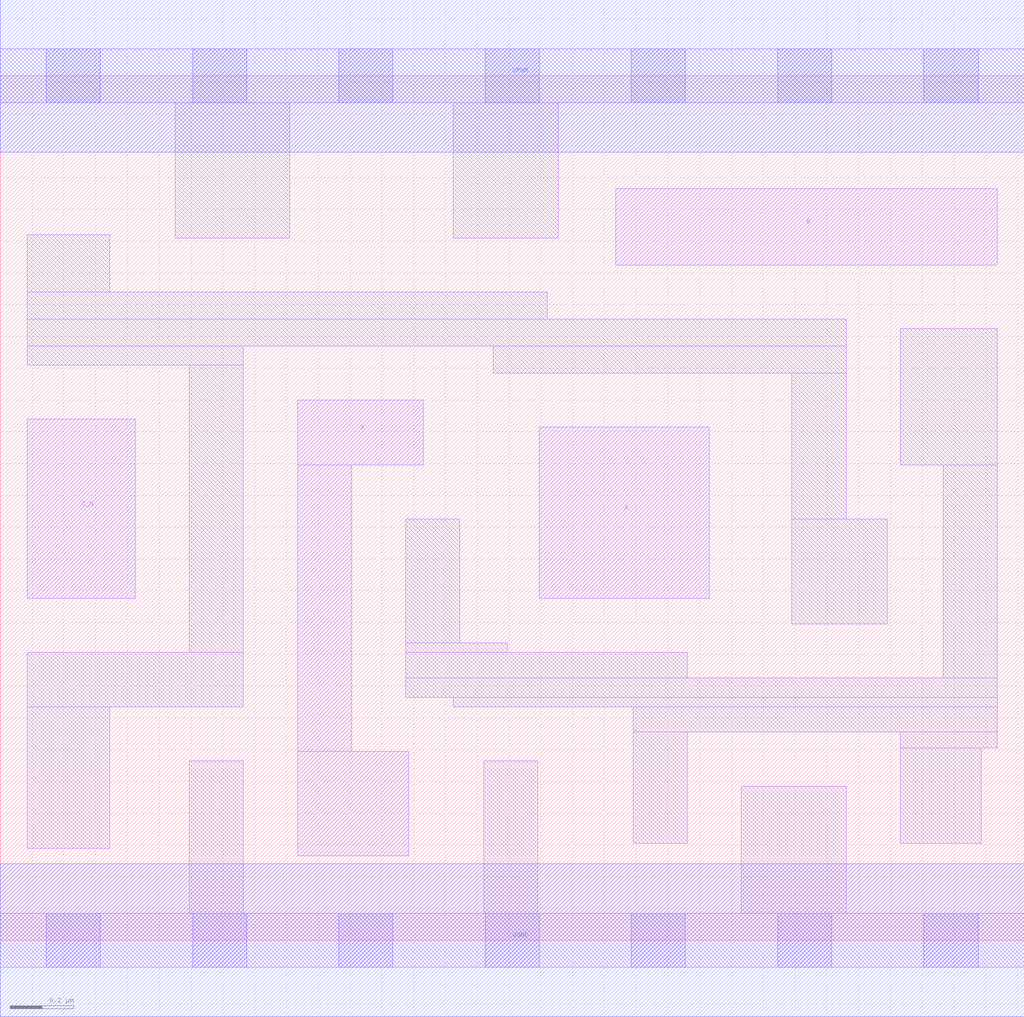
<source format=lef>
# Copyright 2020 The SkyWater PDK Authors
#
# Licensed under the Apache License, Version 2.0 (the "License");
# you may not use this file except in compliance with the License.
# You may obtain a copy of the License at
#
#     https://www.apache.org/licenses/LICENSE-2.0
#
# Unless required by applicable law or agreed to in writing, software
# distributed under the License is distributed on an "AS IS" BASIS,
# WITHOUT WARRANTIES OR CONDITIONS OF ANY KIND, either express or implied.
# See the License for the specific language governing permissions and
# limitations under the License.
#
# SPDX-License-Identifier: Apache-2.0

VERSION 5.7 ;
  NOWIREEXTENSIONATPIN ON ;
  DIVIDERCHAR "/" ;
  BUSBITCHARS "[]" ;
UNITS
  DATABASE MICRONS 200 ;
END UNITS
MACRO sky130_fd_sc_hd__or3b_2
  CLASS CORE ;
  FOREIGN sky130_fd_sc_hd__or3b_2 ;
  ORIGIN  0.000000  0.000000 ;
  SIZE  3.220000 BY  2.720000 ;
  SYMMETRY X Y R90 ;
  SITE unithd ;
  PIN A
    ANTENNAGATEAREA  0.126000 ;
    DIRECTION INPUT ;
    USE SIGNAL ;
    PORT
      LAYER li1 ;
        RECT 1.695000 1.075000 2.230000 1.615000 ;
    END
  END A
  PIN B
    ANTENNAGATEAREA  0.126000 ;
    DIRECTION INPUT ;
    USE SIGNAL ;
    PORT
      LAYER li1 ;
        RECT 1.935000 2.125000 3.135000 2.365000 ;
    END
  END B
  PIN C_N
    ANTENNAGATEAREA  0.126000 ;
    DIRECTION INPUT ;
    USE SIGNAL ;
    PORT
      LAYER li1 ;
        RECT 0.085000 1.075000 0.425000 1.640000 ;
    END
  END C_N
  PIN X
    ANTENNADIFFAREA  0.445500 ;
    DIRECTION OUTPUT ;
    USE SIGNAL ;
    PORT
      LAYER li1 ;
        RECT 0.935000 0.265000 1.285000 0.595000 ;
        RECT 0.935000 0.595000 1.105000 1.495000 ;
        RECT 0.935000 1.495000 1.330000 1.700000 ;
    END
  END X
  PIN VGND
    DIRECTION INOUT ;
    SHAPE ABUTMENT ;
    USE GROUND ;
    PORT
      LAYER met1 ;
        RECT 0.000000 -0.240000 3.220000 0.240000 ;
    END
  END VGND
  PIN VPWR
    DIRECTION INOUT ;
    SHAPE ABUTMENT ;
    USE POWER ;
    PORT
      LAYER met1 ;
        RECT 0.000000 2.480000 3.220000 2.960000 ;
    END
  END VPWR
  OBS
    LAYER li1 ;
      RECT 0.000000 -0.085000 3.220000 0.085000 ;
      RECT 0.000000  2.635000 3.220000 2.805000 ;
      RECT 0.085000  0.290000 0.345000 0.735000 ;
      RECT 0.085000  0.735000 0.765000 0.905000 ;
      RECT 0.085000  1.810000 0.765000 1.870000 ;
      RECT 0.085000  1.870000 2.660000 1.955000 ;
      RECT 0.085000  1.955000 1.720000 2.040000 ;
      RECT 0.085000  2.040000 0.345000 2.220000 ;
      RECT 0.550000  2.210000 0.910000 2.635000 ;
      RECT 0.595000  0.085000 0.765000 0.565000 ;
      RECT 0.595000  0.905000 0.765000 1.810000 ;
      RECT 1.275000  0.765000 3.135000 0.825000 ;
      RECT 1.275000  0.825000 2.160000 0.905000 ;
      RECT 1.275000  0.905000 1.595000 0.935000 ;
      RECT 1.275000  0.935000 1.445000 1.325000 ;
      RECT 1.425000  0.735000 3.135000 0.765000 ;
      RECT 1.425000  2.210000 1.755000 2.635000 ;
      RECT 1.520000  0.085000 1.690000 0.565000 ;
      RECT 1.550000  1.785000 2.660000 1.870000 ;
      RECT 1.990000  0.305000 2.160000 0.655000 ;
      RECT 1.990000  0.655000 3.135000 0.735000 ;
      RECT 2.330000  0.085000 2.660000 0.485000 ;
      RECT 2.490000  0.995000 2.790000 1.325000 ;
      RECT 2.490000  1.325000 2.660000 1.785000 ;
      RECT 2.830000  0.305000 3.085000 0.605000 ;
      RECT 2.830000  0.605000 3.135000 0.655000 ;
      RECT 2.830000  1.495000 3.135000 1.925000 ;
      RECT 2.965000  0.825000 3.135000 1.495000 ;
    LAYER mcon ;
      RECT 0.145000 -0.085000 0.315000 0.085000 ;
      RECT 0.145000  2.635000 0.315000 2.805000 ;
      RECT 0.605000 -0.085000 0.775000 0.085000 ;
      RECT 0.605000  2.635000 0.775000 2.805000 ;
      RECT 1.065000 -0.085000 1.235000 0.085000 ;
      RECT 1.065000  2.635000 1.235000 2.805000 ;
      RECT 1.525000 -0.085000 1.695000 0.085000 ;
      RECT 1.525000  2.635000 1.695000 2.805000 ;
      RECT 1.985000 -0.085000 2.155000 0.085000 ;
      RECT 1.985000  2.635000 2.155000 2.805000 ;
      RECT 2.445000 -0.085000 2.615000 0.085000 ;
      RECT 2.445000  2.635000 2.615000 2.805000 ;
      RECT 2.905000 -0.085000 3.075000 0.085000 ;
      RECT 2.905000  2.635000 3.075000 2.805000 ;
  END
END sky130_fd_sc_hd__or3b_2
END LIBRARY

</source>
